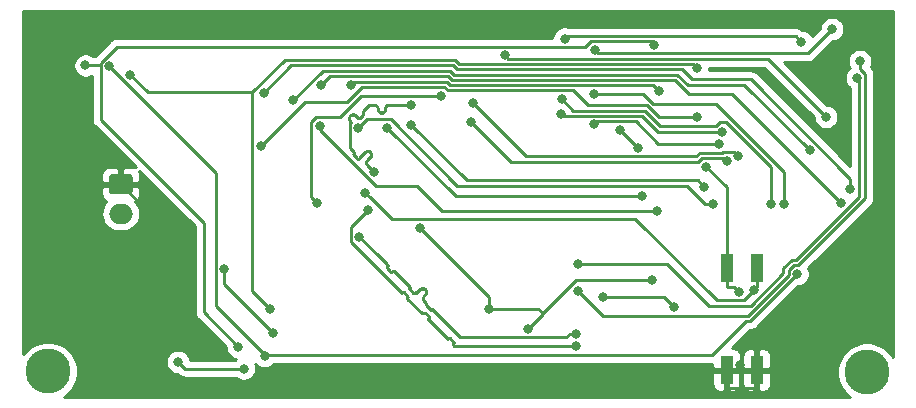
<source format=gbr>
G04 #@! TF.GenerationSoftware,KiCad,Pcbnew,(5.1.5-0-10_14)*
G04 #@! TF.CreationDate,2020-09-24T22:32:45+08:00*
G04 #@! TF.ProjectId,CC,43432e6b-6963-4616-945f-706362585858,rev?*
G04 #@! TF.SameCoordinates,Original*
G04 #@! TF.FileFunction,Copper,L2,Bot*
G04 #@! TF.FilePolarity,Positive*
%FSLAX46Y46*%
G04 Gerber Fmt 4.6, Leading zero omitted, Abs format (unit mm)*
G04 Created by KiCad (PCBNEW (5.1.5-0-10_14)) date 2020-09-24 22:32:45*
%MOMM*%
%LPD*%
G04 APERTURE LIST*
%ADD10C,0.100000*%
%ADD11O,2.000000X1.700000*%
%ADD12R,1.120000X2.440000*%
%ADD13C,3.800000*%
%ADD14C,0.800000*%
%ADD15C,0.250000*%
%ADD16C,0.254000*%
G04 APERTURE END LIST*
G04 #@! TA.AperFunction,ComponentPad*
D10*
G36*
X39704504Y-34471204D02*
G01*
X39728773Y-34474804D01*
X39752571Y-34480765D01*
X39775671Y-34489030D01*
X39797849Y-34499520D01*
X39818893Y-34512133D01*
X39838598Y-34526747D01*
X39856777Y-34543223D01*
X39873253Y-34561402D01*
X39887867Y-34581107D01*
X39900480Y-34602151D01*
X39910970Y-34624329D01*
X39919235Y-34647429D01*
X39925196Y-34671227D01*
X39928796Y-34695496D01*
X39930000Y-34720000D01*
X39930000Y-35920000D01*
X39928796Y-35944504D01*
X39925196Y-35968773D01*
X39919235Y-35992571D01*
X39910970Y-36015671D01*
X39900480Y-36037849D01*
X39887867Y-36058893D01*
X39873253Y-36078598D01*
X39856777Y-36096777D01*
X39838598Y-36113253D01*
X39818893Y-36127867D01*
X39797849Y-36140480D01*
X39775671Y-36150970D01*
X39752571Y-36159235D01*
X39728773Y-36165196D01*
X39704504Y-36168796D01*
X39680000Y-36170000D01*
X38180000Y-36170000D01*
X38155496Y-36168796D01*
X38131227Y-36165196D01*
X38107429Y-36159235D01*
X38084329Y-36150970D01*
X38062151Y-36140480D01*
X38041107Y-36127867D01*
X38021402Y-36113253D01*
X38003223Y-36096777D01*
X37986747Y-36078598D01*
X37972133Y-36058893D01*
X37959520Y-36037849D01*
X37949030Y-36015671D01*
X37940765Y-35992571D01*
X37934804Y-35968773D01*
X37931204Y-35944504D01*
X37930000Y-35920000D01*
X37930000Y-34720000D01*
X37931204Y-34695496D01*
X37934804Y-34671227D01*
X37940765Y-34647429D01*
X37949030Y-34624329D01*
X37959520Y-34602151D01*
X37972133Y-34581107D01*
X37986747Y-34561402D01*
X38003223Y-34543223D01*
X38021402Y-34526747D01*
X38041107Y-34512133D01*
X38062151Y-34499520D01*
X38084329Y-34489030D01*
X38107429Y-34480765D01*
X38131227Y-34474804D01*
X38155496Y-34471204D01*
X38180000Y-34470000D01*
X39680000Y-34470000D01*
X39704504Y-34471204D01*
G37*
G04 #@! TD.AperFunction*
D11*
X38930000Y-37820000D03*
D12*
X92770000Y-42445000D03*
X90230000Y-51055000D03*
X90230000Y-42445000D03*
X92770000Y-51055000D03*
D13*
X102130000Y-51250000D03*
X32760000Y-51170000D03*
D14*
X42864400Y-41575900D03*
X91405800Y-50608700D03*
X83945700Y-43426300D03*
X70114700Y-45864300D03*
X64255900Y-38995900D03*
X73441932Y-47549979D03*
X79789100Y-44875100D03*
X85792700Y-45700800D03*
X77653700Y-42081900D03*
X101261300Y-26312500D03*
X77642100Y-44343900D03*
X101505400Y-24905000D03*
X96214000Y-42922900D03*
X37962200Y-25323300D03*
X51114400Y-49875000D03*
X35940900Y-25255300D03*
X84086300Y-23505400D03*
X48872100Y-49092700D03*
X39751700Y-26054300D03*
X87721900Y-25469100D03*
X51561500Y-45848400D03*
X91307100Y-44422500D03*
X88514700Y-33840200D03*
X92549000Y-44273000D03*
X59629713Y-36020114D03*
X79025200Y-27695600D03*
X95102800Y-36996500D03*
X76257800Y-28124000D03*
X93985000Y-36981300D03*
X81230300Y-30718300D03*
X82737100Y-32225100D03*
X99163300Y-22179300D03*
X79046800Y-23955700D03*
X96557000Y-23263600D03*
X76506800Y-22987000D03*
X76194700Y-29333900D03*
X89866200Y-30871000D03*
X98665400Y-29605400D03*
X71426800Y-24406000D03*
X79040000Y-30258600D03*
X89626400Y-31874000D03*
X68729700Y-28405000D03*
X91235600Y-32940700D03*
X68561700Y-30009300D03*
X90235200Y-33316900D03*
X63515600Y-30266500D03*
X88346400Y-35522500D03*
X61477400Y-30520500D03*
X83055100Y-36335000D03*
X59042100Y-30570900D03*
X89104000Y-36986900D03*
X55765100Y-30404400D03*
X84325600Y-37605000D03*
X53525800Y-28202100D03*
X97251700Y-32439900D03*
X51052700Y-27567200D03*
X100717600Y-35685800D03*
X55866500Y-26898800D03*
X99896100Y-36915900D03*
X58401900Y-26928800D03*
X84515300Y-27445000D03*
X50799600Y-32096500D03*
X87722800Y-29651300D03*
X49351200Y-50932000D03*
X43780600Y-50360000D03*
X51811700Y-47891600D03*
X47709300Y-42497300D03*
X66013100Y-27836100D03*
X55507500Y-36869600D03*
X63473200Y-28600100D03*
X60394700Y-34296500D03*
X77500000Y-49000000D03*
X59851515Y-37470118D03*
X77500000Y-48000000D03*
X59133875Y-39759194D03*
D15*
X38930000Y-35320000D02*
X42864400Y-39254400D01*
X42864400Y-39254400D02*
X42864400Y-41575900D01*
X91405800Y-52600300D02*
X90230000Y-52600300D01*
X92770000Y-52600300D02*
X91405800Y-52600300D01*
X91405800Y-52600300D02*
X91405800Y-50608700D01*
X90230000Y-51055000D02*
X90230000Y-52600300D01*
X92770000Y-51055000D02*
X92770000Y-52600300D01*
X74660500Y-46249800D02*
X77484000Y-43426300D01*
X77484000Y-43426300D02*
X83945700Y-43426300D01*
X70114700Y-45864300D02*
X70114700Y-44854700D01*
X70114700Y-44854700D02*
X64255900Y-38995900D01*
X70114700Y-45864300D02*
X74275000Y-45864300D01*
X74275000Y-45864300D02*
X74660500Y-46249800D01*
X74660500Y-46331411D02*
X73441932Y-47549979D01*
X74660500Y-46249800D02*
X74660500Y-46331411D01*
X79789100Y-44875100D02*
X84967000Y-44875100D01*
X84967000Y-44875100D02*
X85792700Y-45700800D01*
X77653700Y-42081900D02*
X85209900Y-42081900D01*
X85209900Y-42081900D02*
X88726100Y-45598100D01*
X88726100Y-45598100D02*
X92259500Y-45598100D01*
X92259500Y-45598100D02*
X95038400Y-42819200D01*
X95038400Y-42819200D02*
X95038400Y-42435900D01*
X95038400Y-42435900D02*
X95727000Y-41747300D01*
X95727000Y-41747300D02*
X96110200Y-41747300D01*
X96110200Y-41747300D02*
X101444400Y-36413100D01*
X101444400Y-36413100D02*
X101444400Y-26495600D01*
X101444400Y-26495600D02*
X101261300Y-26312500D01*
X77642100Y-44343900D02*
X79758500Y-46460300D01*
X79758500Y-46460300D02*
X92034300Y-46460300D01*
X92034300Y-46460300D02*
X95488700Y-43005900D01*
X95488700Y-43005900D02*
X95488700Y-42622500D01*
X95488700Y-42622500D02*
X95913600Y-42197600D01*
X95913600Y-42197600D02*
X96296900Y-42197600D01*
X96296900Y-42197600D02*
X101986600Y-36507900D01*
X101986600Y-36507900D02*
X101986600Y-26012000D01*
X101986600Y-26012000D02*
X101505500Y-25530900D01*
X101505500Y-25530900D02*
X101505400Y-25530900D01*
X101505400Y-25530900D02*
X101505400Y-24905000D01*
X37962200Y-25323300D02*
X46983900Y-34345000D01*
X46983900Y-34345000D02*
X46983900Y-45657200D01*
X46983900Y-45657200D02*
X51114400Y-49787700D01*
X51114400Y-49787700D02*
X51114400Y-49875000D01*
X89025100Y-49787700D02*
X91902200Y-46910600D01*
X51114400Y-49787700D02*
X89025100Y-49787700D01*
X91902200Y-46910600D02*
X92226300Y-46910600D01*
X92226300Y-46910600D02*
X96214000Y-42922900D01*
X37236900Y-25255300D02*
X37236900Y-29860300D01*
X37236900Y-29860300D02*
X45943800Y-38567200D01*
X45943800Y-38567200D02*
X45943800Y-46164400D01*
X45943800Y-46164400D02*
X48872100Y-49092700D01*
X84086300Y-23505400D02*
X83811300Y-23230400D01*
X83811300Y-23230400D02*
X78746400Y-23230400D01*
X78746400Y-23230400D02*
X78260700Y-23716100D01*
X78260700Y-23716100D02*
X71762700Y-23716100D01*
X71762700Y-23716100D02*
X71727300Y-23680700D01*
X71727300Y-23680700D02*
X38579100Y-23680700D01*
X38579100Y-23680700D02*
X37236900Y-25022900D01*
X37236900Y-25022900D02*
X37236900Y-25255300D01*
X35940900Y-25255300D02*
X37236900Y-25255300D01*
X87721900Y-25469100D02*
X87384200Y-25131400D01*
X87384200Y-25131400D02*
X67558400Y-25131400D01*
X67558400Y-25131400D02*
X67220700Y-24793700D01*
X67220700Y-24793700D02*
X52800500Y-24793700D01*
X52800500Y-24793700D02*
X50060300Y-27533900D01*
X50060300Y-27533900D02*
X41231300Y-27533900D01*
X41231300Y-27533900D02*
X39751700Y-26054300D01*
X50060300Y-27533900D02*
X50060300Y-44347200D01*
X50060300Y-44347200D02*
X51561500Y-45848400D01*
X90230000Y-42445000D02*
X90230000Y-43990300D01*
X90230000Y-43990300D02*
X90874900Y-43990300D01*
X90874900Y-43990300D02*
X91307100Y-44422500D01*
X90230000Y-42445000D02*
X90230000Y-41672300D01*
X90230000Y-41672300D02*
X90230000Y-35555500D01*
X90230000Y-35555500D02*
X88514700Y-33840200D01*
X92770000Y-43990300D02*
X92549000Y-44211300D01*
X92549000Y-44211300D02*
X92549000Y-44273000D01*
X92770000Y-42445000D02*
X92770000Y-43990300D01*
X60029712Y-36420113D02*
X59629713Y-36020114D01*
X91674200Y-45147800D02*
X89383100Y-45147800D01*
X82505800Y-38270500D02*
X61880099Y-38270500D01*
X61880099Y-38270500D02*
X60029712Y-36420113D01*
X89383100Y-45147800D02*
X82505800Y-38270500D01*
X92549000Y-44273000D02*
X91674200Y-45147800D01*
X95102800Y-36996500D02*
X95102800Y-34301400D01*
X95102800Y-34301400D02*
X89305000Y-28503600D01*
X89305000Y-28503600D02*
X83975300Y-28503600D01*
X83975300Y-28503600D02*
X83167300Y-27695600D01*
X83167300Y-27695600D02*
X79025200Y-27695600D01*
X93985000Y-36981300D02*
X93985000Y-33895600D01*
X93985000Y-33895600D02*
X90156600Y-30067200D01*
X90156600Y-30067200D02*
X89630800Y-30067200D01*
X89630800Y-30067200D02*
X89306200Y-30391800D01*
X89306200Y-30391800D02*
X84589700Y-30391800D01*
X84589700Y-30391800D02*
X83280700Y-29082800D01*
X83280700Y-29082800D02*
X77216600Y-29082800D01*
X77216600Y-29082800D02*
X76257800Y-28124000D01*
X81230300Y-30718300D02*
X82737100Y-32225100D01*
X99163300Y-22179300D02*
X97111800Y-24230800D01*
X97111800Y-24230800D02*
X79321900Y-24230800D01*
X79321900Y-24230800D02*
X79046800Y-23955700D01*
X96557000Y-23263600D02*
X96073500Y-22780100D01*
X96073500Y-22780100D02*
X76713700Y-22780100D01*
X76713700Y-22780100D02*
X76506800Y-22987000D01*
X76194700Y-29333900D02*
X76394000Y-29533200D01*
X76394000Y-29533200D02*
X83094200Y-29533200D01*
X83094200Y-29533200D02*
X84432000Y-30871000D01*
X84432000Y-30871000D02*
X89866200Y-30871000D01*
X98665400Y-29605400D02*
X93741100Y-24681100D01*
X93741100Y-24681100D02*
X71701900Y-24681100D01*
X71701900Y-24681100D02*
X71426800Y-24406000D01*
X79040000Y-30258600D02*
X79305800Y-29992800D01*
X79305800Y-29992800D02*
X82579300Y-29992800D01*
X82579300Y-29992800D02*
X84460500Y-31874000D01*
X84460500Y-31874000D02*
X89626400Y-31874000D01*
X91235600Y-32940700D02*
X90886500Y-32591600D01*
X90886500Y-32591600D02*
X89934800Y-32591600D01*
X89934800Y-32591600D02*
X89861800Y-32664600D01*
X89861800Y-32664600D02*
X87959600Y-32664600D01*
X87959600Y-32664600D02*
X87669900Y-32954300D01*
X87669900Y-32954300D02*
X73279000Y-32954300D01*
X73279000Y-32954300D02*
X68729700Y-28405000D01*
X90235200Y-33316900D02*
X90033200Y-33114900D01*
X90033200Y-33114900D02*
X88146200Y-33114900D01*
X88146200Y-33114900D02*
X87820500Y-33440600D01*
X87820500Y-33440600D02*
X71993000Y-33440600D01*
X71993000Y-33440600D02*
X68561700Y-30009300D01*
X88346400Y-35522500D02*
X87807600Y-34983700D01*
X87807600Y-34983700D02*
X68232800Y-34983700D01*
X68232800Y-34983700D02*
X63515600Y-30266500D01*
X83055100Y-36335000D02*
X67291900Y-36335000D01*
X67291900Y-36335000D02*
X61477400Y-30520500D01*
X59042100Y-30570900D02*
X59817800Y-29795200D01*
X59817800Y-29795200D02*
X61777900Y-29795200D01*
X61777900Y-29795200D02*
X67416800Y-35434100D01*
X67416800Y-35434100D02*
X86858900Y-35434100D01*
X86858900Y-35434100D02*
X88411700Y-36986900D01*
X88411700Y-36986900D02*
X89104000Y-36986900D01*
X55765100Y-30404400D02*
X55765100Y-30692600D01*
X55765100Y-30692600D02*
X60557500Y-35485000D01*
X60557500Y-35485000D02*
X64002400Y-35485000D01*
X64002400Y-35485000D02*
X66122400Y-37605000D01*
X66122400Y-37605000D02*
X84325600Y-37605000D01*
X97251700Y-32439900D02*
X91711600Y-26899800D01*
X91711600Y-26899800D02*
X86934800Y-26899800D01*
X86934800Y-26899800D02*
X86067000Y-26032000D01*
X86067000Y-26032000D02*
X67185200Y-26032000D01*
X67185200Y-26032000D02*
X66847500Y-25694300D01*
X66847500Y-25694300D02*
X56033600Y-25694300D01*
X56033600Y-25694300D02*
X53525800Y-28202100D01*
X51052700Y-27567200D02*
X53375900Y-25244000D01*
X53375900Y-25244000D02*
X67034100Y-25244000D01*
X67034100Y-25244000D02*
X67371800Y-25581700D01*
X67371800Y-25581700D02*
X86440100Y-25581700D01*
X86440100Y-25581700D02*
X87307900Y-26449500D01*
X87307900Y-26449500D02*
X92309700Y-26449500D01*
X92309700Y-26449500D02*
X100717600Y-34857400D01*
X100717600Y-34857400D02*
X100717600Y-35685800D01*
X55866500Y-26898800D02*
X56620700Y-26144600D01*
X56620700Y-26144600D02*
X66660900Y-26144600D01*
X66660900Y-26144600D02*
X66998600Y-26482300D01*
X66998600Y-26482300D02*
X85841900Y-26482300D01*
X85841900Y-26482300D02*
X87079400Y-27719800D01*
X87079400Y-27719800D02*
X90700000Y-27719800D01*
X90700000Y-27719800D02*
X99896100Y-36915900D01*
X84515300Y-27445000D02*
X84002900Y-26932600D01*
X84002900Y-26932600D02*
X66812000Y-26932600D01*
X66812000Y-26932600D02*
X66528000Y-26648600D01*
X66528000Y-26648600D02*
X58682100Y-26648600D01*
X58682100Y-26648600D02*
X58401900Y-26928800D01*
X87722800Y-29651300D02*
X84486100Y-29651300D01*
X84486100Y-29651300D02*
X83463800Y-28629000D01*
X83463800Y-28629000D02*
X78473100Y-28629000D01*
X78473100Y-28629000D02*
X77227000Y-27382900D01*
X77227000Y-27382900D02*
X66625400Y-27382900D01*
X66625400Y-27382900D02*
X66344000Y-27101500D01*
X66344000Y-27101500D02*
X59393300Y-27101500D01*
X59393300Y-27101500D02*
X58111500Y-28383300D01*
X58111500Y-28383300D02*
X54512800Y-28383300D01*
X54512800Y-28383300D02*
X50799600Y-32096500D01*
X49351200Y-50932000D02*
X44352600Y-50932000D01*
X44352600Y-50932000D02*
X43780600Y-50360000D01*
X47709300Y-42497300D02*
X47709300Y-43789200D01*
X47709300Y-43789200D02*
X51811700Y-47891600D01*
X59295700Y-27836100D02*
X66013100Y-27836100D01*
X55498100Y-29610100D02*
X57521700Y-29610100D01*
X55507500Y-36869600D02*
X55038400Y-36400500D01*
X57521700Y-29610100D02*
X59295700Y-27836100D01*
X55038400Y-30069800D02*
X55498100Y-29610100D01*
X55038400Y-36400500D02*
X55038400Y-30069800D01*
X61324638Y-28769934D02*
X61360379Y-28713053D01*
X61302450Y-28833343D02*
X61324638Y-28769934D01*
X61294929Y-28954701D02*
X61294929Y-28900100D01*
X61265219Y-29084866D02*
X61287407Y-29021457D01*
X61181975Y-29189250D02*
X61229478Y-29141747D01*
X61061685Y-29247179D02*
X61125094Y-29224991D01*
X60994929Y-29254701D02*
X61061685Y-29247179D01*
X60928172Y-29247179D02*
X60994929Y-29254701D01*
X60864763Y-29224991D02*
X60928172Y-29247179D01*
X60687407Y-28833343D02*
X60694929Y-28900100D01*
X60629478Y-28713053D02*
X60665219Y-28769934D01*
X60694929Y-28900100D02*
X60694929Y-28954701D01*
X60525094Y-28629809D02*
X60581975Y-28665550D01*
X60461685Y-28607621D02*
X60525094Y-28629809D01*
X60394929Y-28600100D02*
X60461685Y-28607621D01*
X60724638Y-29084866D02*
X60760379Y-29141747D01*
X58641878Y-32751125D02*
X58651817Y-32730485D01*
X59407796Y-29254203D02*
X59402698Y-29231870D01*
X59446301Y-29310665D02*
X59417735Y-29274843D01*
X59456241Y-29331304D02*
X59446301Y-29310665D01*
X59446301Y-29419518D02*
X59456241Y-29398879D01*
X59152429Y-29717019D02*
X59432019Y-29437428D01*
X59713118Y-33455178D02*
X59728067Y-33389684D01*
X59091546Y-29746339D02*
X59113880Y-29741241D01*
X58666099Y-32712573D02*
X58680383Y-32694664D01*
X59025665Y-29731302D02*
X59046305Y-29741241D01*
X58935418Y-29644682D02*
X59007755Y-29717019D01*
X58919369Y-29660735D02*
X58935418Y-29644682D01*
X58740966Y-29482332D02*
X58919369Y-29660735D01*
X58428329Y-29447106D02*
X58479232Y-29422592D01*
X58696793Y-29447105D02*
X58740966Y-29482332D01*
X58376438Y-30001669D02*
X58351926Y-29950766D01*
X59417735Y-29274843D02*
X59407796Y-29254203D01*
X60665219Y-28769934D02*
X60687407Y-28833343D01*
X59407796Y-29186628D02*
X59417735Y-29165989D01*
X58590810Y-29410020D02*
X58645890Y-29422593D01*
X59417735Y-29165989D02*
X59432018Y-29148079D01*
X59728067Y-33389684D02*
X59757214Y-33329158D01*
X58534312Y-29410021D02*
X58590810Y-29410020D01*
X58281473Y-29593960D02*
X58316700Y-29549788D01*
X58479232Y-29422592D02*
X58534312Y-29410021D01*
X58256961Y-29644861D02*
X58281473Y-29593960D01*
X59432019Y-29437428D02*
X59446301Y-29419518D01*
X58244388Y-29699943D02*
X58256961Y-29644861D01*
X61294929Y-28900100D02*
X61302450Y-28833343D01*
X60694929Y-28954701D02*
X60702450Y-29021457D01*
X58244389Y-29756439D02*
X58244388Y-29699943D01*
X58984239Y-33161061D02*
X58963600Y-33151122D01*
X58636781Y-32773458D02*
X58641878Y-32751125D01*
X59461338Y-29376545D02*
X59461338Y-29353637D01*
X58256960Y-29811521D02*
X58244389Y-29756439D01*
X58351925Y-30219230D02*
X58376439Y-30168327D01*
X59980000Y-28600100D02*
X60394929Y-28600100D01*
X58695420Y-32628783D02*
X58690322Y-32606449D01*
X58690321Y-32674023D02*
X58695420Y-32651691D01*
X58651817Y-32730485D02*
X58666100Y-32712575D01*
X60807882Y-29189250D02*
X60864763Y-29224991D01*
X60702450Y-29021457D02*
X60724638Y-29084866D01*
X60091725Y-32654152D02*
X60049840Y-32601630D01*
X58636781Y-32796366D02*
X58636781Y-32773458D01*
X58281474Y-29862422D02*
X58256960Y-29811521D01*
X59997317Y-32559744D02*
X59936791Y-32530597D01*
X58690322Y-32606449D02*
X58680383Y-32585810D01*
X58641877Y-32818699D02*
X58636781Y-32796366D01*
X58945691Y-33136840D02*
X58666100Y-32857249D01*
X58651818Y-32839339D02*
X58641877Y-32818699D01*
X59113880Y-29741241D02*
X59134519Y-29731302D01*
X59090365Y-33136840D02*
X59072454Y-33151122D01*
X61594929Y-28600100D02*
X63473200Y-28600100D01*
X58680383Y-32585810D02*
X58666099Y-32567899D01*
X60581975Y-28665550D02*
X60629478Y-28713053D01*
X58695420Y-32651691D02*
X58695420Y-32628783D01*
X58963600Y-33151122D02*
X58945691Y-33136840D01*
X58666100Y-32712575D02*
X58666099Y-32712573D01*
X59006573Y-33166159D02*
X58984239Y-33161061D01*
X60760379Y-29141747D02*
X60807882Y-29189250D01*
X59402698Y-29208962D02*
X59407796Y-29186628D01*
X58316700Y-29549788D02*
X58384157Y-29482332D01*
X61287407Y-29021457D02*
X61294929Y-28954701D01*
X59029481Y-33166159D02*
X59006573Y-33166159D01*
X61229478Y-29141747D02*
X61265219Y-29084866D01*
X58666099Y-32567899D02*
X58316700Y-32218500D01*
X59051815Y-33161062D02*
X59029481Y-33166159D01*
X59738624Y-32530597D02*
X59678098Y-32559744D01*
X61360379Y-28713053D02*
X61407882Y-28665550D01*
X58680383Y-32694664D02*
X58690321Y-32674023D01*
X59402698Y-29231870D02*
X59402698Y-29208962D01*
X59456241Y-29398879D02*
X59461338Y-29376545D01*
X61407882Y-28665550D02*
X61464763Y-28629809D01*
X59072454Y-33151122D02*
X59051815Y-33161062D01*
X58384157Y-29482332D02*
X58428329Y-29447106D01*
X59625575Y-32601630D02*
X59090365Y-33136840D01*
X58389011Y-30056749D02*
X58376438Y-30001669D01*
X60091725Y-32973371D02*
X60120873Y-32912845D01*
X61528172Y-28607621D02*
X61594929Y-28600100D01*
X58351926Y-29950766D02*
X58281474Y-29862422D01*
X59757214Y-33329158D02*
X59799100Y-33276635D01*
X59804118Y-32515648D02*
X59738624Y-32530597D01*
X58389010Y-30113247D02*
X58389011Y-30056749D01*
X59046305Y-29741241D02*
X59068638Y-29746339D01*
X59757214Y-33648377D02*
X59728067Y-33587851D01*
X59871297Y-32515648D02*
X59804118Y-32515648D01*
X58645890Y-29422593D02*
X58696793Y-29447105D01*
X59678098Y-32559744D02*
X59625575Y-32601630D01*
X61464763Y-28629809D02*
X61528172Y-28607621D01*
X59461338Y-29353637D02*
X59456241Y-29331304D01*
X59936791Y-32530597D02*
X59871297Y-32515648D01*
X60049840Y-32601630D02*
X59997317Y-32559744D01*
X58316700Y-32218500D02*
X58316700Y-30263400D01*
X60120873Y-32714678D02*
X60091725Y-32654152D01*
X60135822Y-32780172D02*
X60120873Y-32714678D01*
X59068638Y-29746339D02*
X59091546Y-29746339D01*
X59799100Y-33276635D02*
X60049840Y-33025894D01*
X60135822Y-32847351D02*
X60135822Y-32780172D01*
X58316700Y-30263400D02*
X58351925Y-30219230D01*
X61125094Y-29224991D02*
X61181975Y-29189250D01*
X60120873Y-32912845D02*
X60135822Y-32847351D01*
X59713118Y-33522357D02*
X59713118Y-33455178D01*
X60394700Y-34296500D02*
X59799100Y-33700900D01*
X59432018Y-29148079D02*
X59980000Y-28600100D01*
X60049840Y-33025894D02*
X60091725Y-32973371D01*
X59728067Y-33587851D02*
X59713118Y-33522357D01*
X59134519Y-29731302D02*
X59152429Y-29717019D01*
X59007755Y-29717019D02*
X59025665Y-29731302D01*
X58376439Y-30168327D02*
X58389010Y-30113247D01*
X58666100Y-32857249D02*
X58651818Y-32839339D01*
X59799100Y-33700900D02*
X59757214Y-33648377D01*
X58408873Y-38912760D02*
X59851515Y-37470118D01*
X62653992Y-44472192D02*
X58408873Y-40227073D01*
X62667937Y-44483312D02*
X62653992Y-44472192D01*
X62684007Y-44491051D02*
X62667937Y-44483312D01*
X62701395Y-44495020D02*
X62684007Y-44491051D01*
X62719231Y-44495020D02*
X62701395Y-44495020D01*
X62752690Y-44483312D02*
X62736620Y-44491051D01*
X62831874Y-44449363D02*
X62814039Y-44449363D01*
X62849263Y-44453332D02*
X62831874Y-44449363D01*
X62865333Y-44461071D02*
X62849263Y-44453332D01*
X63190900Y-44783814D02*
X62879278Y-44472192D01*
X63209759Y-44813829D02*
X63202020Y-44797759D01*
X63179779Y-44910402D02*
X63202020Y-44882512D01*
X63172040Y-44926472D02*
X63179779Y-44910402D01*
X63179779Y-44995155D02*
X63172040Y-44979085D01*
X64409453Y-46227653D02*
X63190900Y-45009100D01*
X64428912Y-46243170D02*
X64409453Y-46227653D01*
X64451335Y-46253969D02*
X64428912Y-46243170D01*
X63213728Y-44849053D02*
X63213728Y-44831217D01*
X64500488Y-46259507D02*
X64475600Y-46259507D01*
X62780580Y-44461071D02*
X62752690Y-44483312D01*
X64608518Y-46201336D02*
X64586094Y-46212135D01*
X64704358Y-46212135D02*
X64681935Y-46201336D01*
X67079430Y-48894717D02*
X67071448Y-48878142D01*
X67110351Y-48707693D02*
X67102369Y-48691119D01*
X65006417Y-46514195D02*
X64990900Y-46494736D01*
X64547176Y-46243170D02*
X64524752Y-46253969D01*
X65017216Y-46536618D02*
X65006417Y-46514195D01*
X64524752Y-46253969D02*
X64500488Y-46259507D01*
X64975382Y-46671377D02*
X65006417Y-46632459D01*
X64681935Y-46201336D02*
X64657670Y-46195798D01*
X64964583Y-46693800D02*
X64975382Y-46671377D01*
X67090900Y-48676736D02*
X66782817Y-48368653D01*
X64959045Y-46718065D02*
X64964583Y-46693800D01*
X64723817Y-46227653D02*
X64704358Y-46212135D01*
X64964583Y-46767217D02*
X64959045Y-46742953D01*
X63213728Y-44831217D02*
X63209759Y-44813829D01*
X67067354Y-48860207D02*
X67067354Y-48841810D01*
X66768434Y-48357183D02*
X66751860Y-48349201D01*
X65006417Y-46632459D02*
X65017216Y-46610035D01*
X64990900Y-46809100D02*
X64975382Y-46789641D01*
X64475600Y-46259507D02*
X64451335Y-46253969D01*
X64959045Y-46742953D02*
X64959045Y-46718065D01*
X63190900Y-45009100D02*
X63179779Y-44995155D01*
X66564836Y-48380122D02*
X66550453Y-48368653D01*
X58408873Y-40227073D02*
X58408873Y-38912760D01*
X66581410Y-48388104D02*
X66564836Y-48380122D01*
X64586094Y-46212135D02*
X64547176Y-46243170D01*
X65022754Y-46585771D02*
X65022754Y-46560883D01*
X64657670Y-46195798D02*
X64632782Y-46195798D01*
X64975382Y-46789641D02*
X64964583Y-46767217D01*
X77500000Y-49000000D02*
X67181800Y-49000000D01*
X67079430Y-48807301D02*
X67102369Y-48778535D01*
X66599345Y-48392198D02*
X66581410Y-48388104D01*
X64632782Y-46195798D02*
X64608518Y-46201336D01*
X66635677Y-48388104D02*
X66617742Y-48392198D01*
X66681018Y-48357183D02*
X66652252Y-48380122D01*
X64990900Y-46494736D02*
X64723817Y-46227653D01*
X65017216Y-46610035D02*
X65022754Y-46585771D01*
X62879278Y-44472192D02*
X62865333Y-44461071D01*
X63168071Y-44943860D02*
X63172040Y-44926472D01*
X66550453Y-48368653D02*
X64990900Y-46809100D01*
X66697593Y-48349201D02*
X66681018Y-48357183D01*
X66715528Y-48345108D02*
X66697593Y-48349201D01*
X62736620Y-44491051D02*
X62719231Y-44495020D01*
X67114445Y-48725628D02*
X67110351Y-48707693D01*
X66751860Y-48349201D02*
X66733925Y-48345108D01*
X66733925Y-48345108D02*
X66715528Y-48345108D01*
X63202020Y-44882512D02*
X63209759Y-44866442D01*
X66782817Y-48368653D02*
X66768434Y-48357183D01*
X67181800Y-49000000D02*
X67090900Y-48909100D01*
X65022754Y-46560883D02*
X65017216Y-46536618D01*
X67067354Y-48841810D02*
X67071448Y-48823875D01*
X67114445Y-48744025D02*
X67114445Y-48725628D01*
X63168071Y-44961696D02*
X63168071Y-44943860D01*
X63172040Y-44979085D02*
X63168071Y-44961696D01*
X66617742Y-48392198D02*
X66599345Y-48392198D01*
X67110351Y-48761960D02*
X67114445Y-48744025D01*
X67102369Y-48778535D02*
X67110351Y-48761960D01*
X67071448Y-48823875D02*
X67079430Y-48807301D01*
X62796650Y-44453332D02*
X62780580Y-44461071D01*
X62814039Y-44449363D02*
X62796650Y-44453332D01*
X67102369Y-48691119D02*
X67090900Y-48676736D01*
X67071448Y-48878142D02*
X67067354Y-48860207D01*
X63209759Y-44866442D02*
X63213728Y-44849053D01*
X66652252Y-48380122D02*
X66635677Y-48388104D01*
X63202020Y-44797759D02*
X63190900Y-44783814D01*
X67090900Y-48909100D02*
X67079430Y-48894717D01*
X60757444Y-41382763D02*
X59133875Y-39759194D01*
X61503513Y-42132940D02*
X61487340Y-42112659D01*
X61514769Y-42156312D02*
X61503513Y-42132940D01*
X61520541Y-42181603D02*
X61514769Y-42156312D01*
X61520541Y-42207544D02*
X61520541Y-42181603D01*
X61514769Y-42232834D02*
X61520541Y-42207544D01*
X61503513Y-42256207D02*
X61514769Y-42232834D01*
X61471165Y-42296770D02*
X61503513Y-42256207D01*
X61459909Y-42320142D02*
X61471165Y-42296770D01*
X61454137Y-42345432D02*
X61459909Y-42320142D01*
X61471165Y-42420036D02*
X61459909Y-42396664D01*
X61459909Y-42396664D02*
X61454137Y-42371374D01*
X61487339Y-42440318D02*
X61471165Y-42420036D01*
X61891321Y-42716926D02*
X61867949Y-42728181D01*
X61955257Y-42673321D02*
X61931885Y-42684577D01*
X61980547Y-42667549D02*
X61955257Y-42673321D01*
X62006489Y-42667549D02*
X61980547Y-42667549D01*
X62055151Y-42684577D02*
X62031779Y-42673321D01*
X62031779Y-42673321D02*
X62006489Y-42667549D01*
X63387341Y-44012660D02*
X62075433Y-42700751D01*
X63402896Y-44037416D02*
X63396513Y-44024162D01*
X63396513Y-44024162D02*
X63387341Y-44012660D01*
X63378168Y-44117073D02*
X63396513Y-44094068D01*
X63406170Y-44066471D02*
X63406170Y-44051759D01*
X63402896Y-44080814D02*
X63406170Y-44066471D01*
X63396513Y-44094068D02*
X63402896Y-44080814D01*
X63371785Y-44130327D02*
X63378168Y-44117073D01*
X63368511Y-44159382D02*
X63368511Y-44144670D01*
X63368511Y-44144670D02*
X63371785Y-44130327D01*
X76659326Y-48274989D02*
X67649670Y-48274989D01*
X61816717Y-42733954D02*
X61791427Y-42728181D01*
X61842658Y-42733954D02*
X61816717Y-42733954D01*
X67649670Y-48274989D02*
X65296534Y-45921852D01*
X63718694Y-44529835D02*
X63387341Y-44198482D01*
X63387341Y-44198482D02*
X63378168Y-44186979D01*
X64804552Y-45461848D02*
X64804552Y-45448400D01*
X63743450Y-44545390D02*
X63730196Y-44539007D01*
X64500708Y-45084012D02*
X64485761Y-45018518D01*
X63757793Y-44548664D02*
X63743450Y-44545390D01*
X63786848Y-44545390D02*
X63772505Y-44548664D01*
X63800103Y-44539007D02*
X63786848Y-44545390D01*
X64801559Y-45474959D02*
X64804552Y-45461848D01*
X63811605Y-44529835D02*
X63800103Y-44539007D01*
X63858060Y-44483379D02*
X63811605Y-44529835D01*
X63935347Y-44560666D02*
X63858060Y-44483379D01*
X64454288Y-44134285D02*
X64388793Y-44149234D01*
X64521466Y-44134285D02*
X64454288Y-44134285D01*
X64586961Y-44149234D02*
X64521466Y-44134285D01*
X61487340Y-42112659D02*
X60757444Y-41382763D01*
X64529856Y-44825318D02*
X64571742Y-44772797D01*
X64785990Y-44398809D02*
X64771040Y-44333314D01*
X64500708Y-44885844D02*
X64529856Y-44825318D01*
X65234234Y-45907632D02*
X65222118Y-45913467D01*
X64275746Y-44220268D02*
X63935347Y-44560666D01*
X64778955Y-45572005D02*
X64773120Y-45559889D01*
X64741894Y-44272789D02*
X64700008Y-44220266D01*
X64485761Y-44951340D02*
X64500708Y-44885844D01*
X64787340Y-45582519D02*
X64778955Y-45572005D01*
X64485761Y-45018518D02*
X64485761Y-44951340D01*
X61867949Y-42728181D02*
X61842658Y-42733954D01*
X61931885Y-42684577D02*
X61891321Y-42716926D01*
X64787340Y-45412659D02*
X64571742Y-45197061D01*
X63406170Y-44051759D02*
X63402896Y-44037416D01*
X64795724Y-45423173D02*
X64787340Y-45412659D01*
X64571742Y-44772797D02*
X64700008Y-44644530D01*
X61747773Y-42700752D02*
X61487339Y-42440318D01*
X61768055Y-42716926D02*
X61747773Y-42700752D01*
X64801559Y-45435289D02*
X64795724Y-45423173D01*
X63772505Y-44548664D02*
X63757793Y-44548664D01*
X64529857Y-45144538D02*
X64500708Y-45084012D01*
X64328267Y-44178382D02*
X64275746Y-44220268D01*
X64804552Y-45448400D02*
X64801559Y-45435289D01*
X63371785Y-44173725D02*
X63368511Y-44159382D01*
X63378168Y-44186979D02*
X63371785Y-44173725D01*
X64778955Y-45508103D02*
X64795724Y-45487075D01*
X64773120Y-45559889D02*
X64770127Y-45546778D01*
X63730196Y-44539007D02*
X63718694Y-44529835D01*
X65149303Y-45936072D02*
X65137187Y-45930237D01*
X64700008Y-44644530D02*
X64741893Y-44592007D01*
X64770127Y-45546778D02*
X64770127Y-45533330D01*
X64388793Y-44149234D02*
X64328267Y-44178382D01*
X64741893Y-44592007D02*
X64771041Y-44531482D01*
X65175862Y-45939064D02*
X65162414Y-45939064D01*
X64770127Y-45533330D02*
X64773120Y-45520219D01*
X65188973Y-45936072D02*
X65175862Y-45939064D01*
X65222118Y-45913467D02*
X65201089Y-45930237D01*
X62075433Y-42700751D02*
X62055151Y-42684577D01*
X65162414Y-45939064D02*
X65149303Y-45936072D01*
X65296534Y-45921852D02*
X65286020Y-45913467D01*
X77500000Y-48000000D02*
X76934315Y-48000000D01*
X65201089Y-45930237D02*
X65188973Y-45936072D01*
X64771040Y-44333314D02*
X64741894Y-44272789D01*
X65137187Y-45930237D02*
X65126673Y-45921852D01*
X61791427Y-42728181D02*
X61768055Y-42716926D01*
X64571742Y-45197061D02*
X64529857Y-45144538D01*
X65286020Y-45913467D02*
X65273904Y-45907632D01*
X65247345Y-45904639D02*
X65234234Y-45907632D01*
X64771041Y-44531482D02*
X64785989Y-44465987D01*
X65126673Y-45921852D02*
X64787340Y-45582519D01*
X65273904Y-45907632D02*
X65260793Y-45904639D01*
X64700008Y-44220266D02*
X64647487Y-44178382D01*
X64785989Y-44465987D02*
X64785990Y-44398809D01*
X64647487Y-44178382D02*
X64586961Y-44149234D01*
X64773120Y-45520219D02*
X64778955Y-45508103D01*
X65260793Y-45904639D02*
X65247345Y-45904639D01*
X64795724Y-45487075D02*
X64801559Y-45474959D01*
X61454137Y-42371374D02*
X61454137Y-42345432D01*
X76934315Y-48000000D02*
X76659326Y-48274989D01*
D16*
G36*
X104315001Y-49957205D02*
G01*
X104099063Y-49634032D01*
X103745968Y-49280937D01*
X103330773Y-49003512D01*
X102869432Y-48812418D01*
X102379676Y-48715000D01*
X101880324Y-48715000D01*
X101390568Y-48812418D01*
X100929227Y-49003512D01*
X100514032Y-49280937D01*
X100160937Y-49634032D01*
X99883512Y-50049227D01*
X99692418Y-50510568D01*
X99595000Y-51000324D01*
X99595000Y-51499676D01*
X99692418Y-51989432D01*
X99883512Y-52450773D01*
X100160937Y-52865968D01*
X100514032Y-53219063D01*
X100657612Y-53315000D01*
X34112660Y-53315000D01*
X34375968Y-53139063D01*
X34729063Y-52785968D01*
X35006488Y-52370773D01*
X35046158Y-52275000D01*
X89031928Y-52275000D01*
X89044188Y-52399482D01*
X89080498Y-52519180D01*
X89139463Y-52629494D01*
X89218815Y-52726185D01*
X89315506Y-52805537D01*
X89425820Y-52864502D01*
X89545518Y-52900812D01*
X89670000Y-52913072D01*
X89944250Y-52910000D01*
X90103000Y-52751250D01*
X90103000Y-51182000D01*
X90357000Y-51182000D01*
X90357000Y-52751250D01*
X90515750Y-52910000D01*
X90790000Y-52913072D01*
X90914482Y-52900812D01*
X91034180Y-52864502D01*
X91144494Y-52805537D01*
X91241185Y-52726185D01*
X91320537Y-52629494D01*
X91379502Y-52519180D01*
X91415812Y-52399482D01*
X91428072Y-52275000D01*
X91571928Y-52275000D01*
X91584188Y-52399482D01*
X91620498Y-52519180D01*
X91679463Y-52629494D01*
X91758815Y-52726185D01*
X91855506Y-52805537D01*
X91965820Y-52864502D01*
X92085518Y-52900812D01*
X92210000Y-52913072D01*
X92484250Y-52910000D01*
X92643000Y-52751250D01*
X92643000Y-51182000D01*
X92897000Y-51182000D01*
X92897000Y-52751250D01*
X93055750Y-52910000D01*
X93330000Y-52913072D01*
X93454482Y-52900812D01*
X93574180Y-52864502D01*
X93684494Y-52805537D01*
X93781185Y-52726185D01*
X93860537Y-52629494D01*
X93919502Y-52519180D01*
X93955812Y-52399482D01*
X93968072Y-52275000D01*
X93965000Y-51340750D01*
X93806250Y-51182000D01*
X92897000Y-51182000D01*
X92643000Y-51182000D01*
X91733750Y-51182000D01*
X91575000Y-51340750D01*
X91571928Y-52275000D01*
X91428072Y-52275000D01*
X91425000Y-51340750D01*
X91266250Y-51182000D01*
X90357000Y-51182000D01*
X90103000Y-51182000D01*
X89193750Y-51182000D01*
X89035000Y-51340750D01*
X89031928Y-52275000D01*
X35046158Y-52275000D01*
X35197582Y-51909432D01*
X35295000Y-51419676D01*
X35295000Y-50920324D01*
X35197582Y-50430568D01*
X35006488Y-49969227D01*
X34729063Y-49554032D01*
X34375968Y-49200937D01*
X33960773Y-48923512D01*
X33499432Y-48732418D01*
X33009676Y-48635000D01*
X32510324Y-48635000D01*
X32020568Y-48732418D01*
X31559227Y-48923512D01*
X31144032Y-49200937D01*
X30790937Y-49554032D01*
X30685000Y-49712578D01*
X30685000Y-37820000D01*
X37287815Y-37820000D01*
X37316487Y-38111111D01*
X37401401Y-38391034D01*
X37539294Y-38649014D01*
X37724866Y-38875134D01*
X37950986Y-39060706D01*
X38208966Y-39198599D01*
X38488889Y-39283513D01*
X38707050Y-39305000D01*
X39152950Y-39305000D01*
X39371111Y-39283513D01*
X39651034Y-39198599D01*
X39909014Y-39060706D01*
X40135134Y-38875134D01*
X40320706Y-38649014D01*
X40458599Y-38391034D01*
X40543513Y-38111111D01*
X40572185Y-37820000D01*
X40543513Y-37528889D01*
X40458599Y-37248966D01*
X40320706Y-36990986D01*
X40139392Y-36770055D01*
X40174180Y-36759502D01*
X40284494Y-36700537D01*
X40381185Y-36621185D01*
X40460537Y-36524494D01*
X40519502Y-36414180D01*
X40555812Y-36294482D01*
X40568072Y-36170000D01*
X40565000Y-35605750D01*
X40406250Y-35447000D01*
X39057000Y-35447000D01*
X39057000Y-35467000D01*
X38803000Y-35467000D01*
X38803000Y-35447000D01*
X37453750Y-35447000D01*
X37295000Y-35605750D01*
X37291928Y-36170000D01*
X37304188Y-36294482D01*
X37340498Y-36414180D01*
X37399463Y-36524494D01*
X37478815Y-36621185D01*
X37575506Y-36700537D01*
X37685820Y-36759502D01*
X37720608Y-36770055D01*
X37539294Y-36990986D01*
X37401401Y-37248966D01*
X37316487Y-37528889D01*
X37287815Y-37820000D01*
X30685000Y-37820000D01*
X30685000Y-34470000D01*
X37291928Y-34470000D01*
X37295000Y-35034250D01*
X37453750Y-35193000D01*
X38803000Y-35193000D01*
X38803000Y-33993750D01*
X38644250Y-33835000D01*
X37930000Y-33831928D01*
X37805518Y-33844188D01*
X37685820Y-33880498D01*
X37575506Y-33939463D01*
X37478815Y-34018815D01*
X37399463Y-34115506D01*
X37340498Y-34225820D01*
X37304188Y-34345518D01*
X37291928Y-34470000D01*
X30685000Y-34470000D01*
X30685000Y-25153361D01*
X34905900Y-25153361D01*
X34905900Y-25357239D01*
X34945674Y-25557198D01*
X35023695Y-25745556D01*
X35136963Y-25915074D01*
X35281126Y-26059237D01*
X35450644Y-26172505D01*
X35639002Y-26250526D01*
X35838961Y-26290300D01*
X36042839Y-26290300D01*
X36242798Y-26250526D01*
X36431156Y-26172505D01*
X36476900Y-26141940D01*
X36476901Y-29822968D01*
X36473224Y-29860300D01*
X36476901Y-29897633D01*
X36487898Y-30009286D01*
X36498580Y-30044499D01*
X36531354Y-30152546D01*
X36601926Y-30284576D01*
X36671130Y-30368900D01*
X36696900Y-30400301D01*
X36725898Y-30424099D01*
X40191617Y-33889818D01*
X40174180Y-33880498D01*
X40054482Y-33844188D01*
X39930000Y-33831928D01*
X39215750Y-33835000D01*
X39057000Y-33993750D01*
X39057000Y-35193000D01*
X40406250Y-35193000D01*
X40565000Y-35034250D01*
X40568072Y-34470000D01*
X40555812Y-34345518D01*
X40519502Y-34225820D01*
X40510182Y-34208383D01*
X45183800Y-38882002D01*
X45183801Y-46127068D01*
X45180124Y-46164400D01*
X45183801Y-46201733D01*
X45194798Y-46313386D01*
X45205026Y-46347103D01*
X45238254Y-46456646D01*
X45308826Y-46588676D01*
X45375277Y-46669646D01*
X45403800Y-46704401D01*
X45432798Y-46728199D01*
X47837100Y-49132502D01*
X47837100Y-49194639D01*
X47876874Y-49394598D01*
X47954895Y-49582956D01*
X48068163Y-49752474D01*
X48212326Y-49896637D01*
X48381844Y-50009905D01*
X48570202Y-50087926D01*
X48709907Y-50115715D01*
X48691426Y-50128063D01*
X48647489Y-50172000D01*
X44798482Y-50172000D01*
X44775826Y-50058102D01*
X44697805Y-49869744D01*
X44584537Y-49700226D01*
X44440374Y-49556063D01*
X44270856Y-49442795D01*
X44082498Y-49364774D01*
X43882539Y-49325000D01*
X43678661Y-49325000D01*
X43478702Y-49364774D01*
X43290344Y-49442795D01*
X43120826Y-49556063D01*
X42976663Y-49700226D01*
X42863395Y-49869744D01*
X42785374Y-50058102D01*
X42745600Y-50258061D01*
X42745600Y-50461939D01*
X42785374Y-50661898D01*
X42863395Y-50850256D01*
X42976663Y-51019774D01*
X43120826Y-51163937D01*
X43290344Y-51277205D01*
X43478702Y-51355226D01*
X43678661Y-51395000D01*
X43740798Y-51395000D01*
X43788800Y-51443002D01*
X43812599Y-51472001D01*
X43928324Y-51566974D01*
X44060353Y-51637546D01*
X44203614Y-51681003D01*
X44315267Y-51692000D01*
X44315276Y-51692000D01*
X44352599Y-51695676D01*
X44389922Y-51692000D01*
X48647489Y-51692000D01*
X48691426Y-51735937D01*
X48860944Y-51849205D01*
X49049302Y-51927226D01*
X49249261Y-51967000D01*
X49453139Y-51967000D01*
X49653098Y-51927226D01*
X49841456Y-51849205D01*
X50010974Y-51735937D01*
X50155137Y-51591774D01*
X50268405Y-51422256D01*
X50346426Y-51233898D01*
X50386200Y-51033939D01*
X50386200Y-50830061D01*
X50346426Y-50630102D01*
X50301193Y-50520900D01*
X50310463Y-50534774D01*
X50454626Y-50678937D01*
X50624144Y-50792205D01*
X50812502Y-50870226D01*
X51012461Y-50910000D01*
X51216339Y-50910000D01*
X51416298Y-50870226D01*
X51604656Y-50792205D01*
X51774174Y-50678937D01*
X51905411Y-50547700D01*
X88987778Y-50547700D01*
X89025100Y-50551376D01*
X89034281Y-50550472D01*
X89035000Y-50769250D01*
X89193750Y-50928000D01*
X90103000Y-50928000D01*
X90103000Y-50908000D01*
X90357000Y-50908000D01*
X90357000Y-50928000D01*
X91266250Y-50928000D01*
X91425000Y-50769250D01*
X91428072Y-49835000D01*
X91571928Y-49835000D01*
X91575000Y-50769250D01*
X91733750Y-50928000D01*
X92643000Y-50928000D01*
X92643000Y-49358750D01*
X92897000Y-49358750D01*
X92897000Y-50928000D01*
X93806250Y-50928000D01*
X93965000Y-50769250D01*
X93968072Y-49835000D01*
X93955812Y-49710518D01*
X93919502Y-49590820D01*
X93860537Y-49480506D01*
X93781185Y-49383815D01*
X93684494Y-49304463D01*
X93574180Y-49245498D01*
X93454482Y-49209188D01*
X93330000Y-49196928D01*
X93055750Y-49200000D01*
X92897000Y-49358750D01*
X92643000Y-49358750D01*
X92484250Y-49200000D01*
X92210000Y-49196928D01*
X92085518Y-49209188D01*
X91965820Y-49245498D01*
X91855506Y-49304463D01*
X91758815Y-49383815D01*
X91679463Y-49480506D01*
X91620498Y-49590820D01*
X91584188Y-49710518D01*
X91571928Y-49835000D01*
X91428072Y-49835000D01*
X91415812Y-49710518D01*
X91379502Y-49590820D01*
X91320537Y-49480506D01*
X91241185Y-49383815D01*
X91144494Y-49304463D01*
X91034180Y-49245498D01*
X90914482Y-49209188D01*
X90790000Y-49196928D01*
X90689548Y-49198053D01*
X92214489Y-47673113D01*
X92226300Y-47674276D01*
X92263622Y-47670600D01*
X92263633Y-47670600D01*
X92375286Y-47659603D01*
X92518547Y-47616146D01*
X92650576Y-47545574D01*
X92766301Y-47450601D01*
X92790104Y-47421597D01*
X96253803Y-43957900D01*
X96315939Y-43957900D01*
X96515898Y-43918126D01*
X96704256Y-43840105D01*
X96873774Y-43726837D01*
X97017937Y-43582674D01*
X97131205Y-43413156D01*
X97209226Y-43224798D01*
X97249000Y-43024839D01*
X97249000Y-42820961D01*
X97209226Y-42621002D01*
X97132802Y-42436499D01*
X102497604Y-37071698D01*
X102526601Y-37047901D01*
X102576663Y-36986900D01*
X102621574Y-36932177D01*
X102692146Y-36800147D01*
X102716215Y-36720800D01*
X102735603Y-36656886D01*
X102746600Y-36545233D01*
X102746600Y-36545223D01*
X102750276Y-36507900D01*
X102746600Y-36470577D01*
X102746600Y-26049322D01*
X102750276Y-26011999D01*
X102746600Y-25974676D01*
X102746600Y-25974667D01*
X102735603Y-25863014D01*
X102692146Y-25719753D01*
X102681853Y-25700497D01*
X102621574Y-25587723D01*
X102579327Y-25536246D01*
X102526601Y-25471999D01*
X102497597Y-25448196D01*
X102429064Y-25379663D01*
X102500626Y-25206898D01*
X102540400Y-25006939D01*
X102540400Y-24803061D01*
X102500626Y-24603102D01*
X102422605Y-24414744D01*
X102309337Y-24245226D01*
X102165174Y-24101063D01*
X101995656Y-23987795D01*
X101807298Y-23909774D01*
X101607339Y-23870000D01*
X101403461Y-23870000D01*
X101203502Y-23909774D01*
X101015144Y-23987795D01*
X100845626Y-24101063D01*
X100701463Y-24245226D01*
X100588195Y-24414744D01*
X100510174Y-24603102D01*
X100470400Y-24803061D01*
X100470400Y-25006939D01*
X100510174Y-25206898D01*
X100588195Y-25395256D01*
X100644651Y-25479748D01*
X100601526Y-25508563D01*
X100457363Y-25652726D01*
X100344095Y-25822244D01*
X100266074Y-26010602D01*
X100226300Y-26210561D01*
X100226300Y-26414439D01*
X100266074Y-26614398D01*
X100344095Y-26802756D01*
X100457363Y-26972274D01*
X100601526Y-27116437D01*
X100684401Y-27171812D01*
X100684400Y-33749398D01*
X92873504Y-25938503D01*
X92849701Y-25909499D01*
X92733976Y-25814526D01*
X92601947Y-25743954D01*
X92458686Y-25700497D01*
X92347033Y-25689500D01*
X92347022Y-25689500D01*
X92309700Y-25685824D01*
X92272378Y-25689500D01*
X88733337Y-25689500D01*
X88756900Y-25571039D01*
X88756900Y-25441100D01*
X93426299Y-25441100D01*
X97630400Y-29645202D01*
X97630400Y-29707339D01*
X97670174Y-29907298D01*
X97748195Y-30095656D01*
X97861463Y-30265174D01*
X98005626Y-30409337D01*
X98175144Y-30522605D01*
X98363502Y-30600626D01*
X98563461Y-30640400D01*
X98767339Y-30640400D01*
X98967298Y-30600626D01*
X99155656Y-30522605D01*
X99325174Y-30409337D01*
X99469337Y-30265174D01*
X99582605Y-30095656D01*
X99660626Y-29907298D01*
X99700400Y-29707339D01*
X99700400Y-29503461D01*
X99660626Y-29303502D01*
X99582605Y-29115144D01*
X99469337Y-28945626D01*
X99325174Y-28801463D01*
X99155656Y-28688195D01*
X98967298Y-28610174D01*
X98767339Y-28570400D01*
X98705202Y-28570400D01*
X95125601Y-24990800D01*
X97074478Y-24990800D01*
X97111800Y-24994476D01*
X97149122Y-24990800D01*
X97149133Y-24990800D01*
X97260786Y-24979803D01*
X97404047Y-24936346D01*
X97536076Y-24865774D01*
X97651801Y-24770801D01*
X97675604Y-24741797D01*
X99203102Y-23214300D01*
X99265239Y-23214300D01*
X99465198Y-23174526D01*
X99653556Y-23096505D01*
X99823074Y-22983237D01*
X99967237Y-22839074D01*
X100080505Y-22669556D01*
X100158526Y-22481198D01*
X100198300Y-22281239D01*
X100198300Y-22077361D01*
X100158526Y-21877402D01*
X100080505Y-21689044D01*
X99967237Y-21519526D01*
X99823074Y-21375363D01*
X99653556Y-21262095D01*
X99465198Y-21184074D01*
X99265239Y-21144300D01*
X99061361Y-21144300D01*
X98861402Y-21184074D01*
X98673044Y-21262095D01*
X98503526Y-21375363D01*
X98359363Y-21519526D01*
X98246095Y-21689044D01*
X98168074Y-21877402D01*
X98128300Y-22077361D01*
X98128300Y-22139498D01*
X97480136Y-22787663D01*
X97474205Y-22773344D01*
X97360937Y-22603826D01*
X97216774Y-22459663D01*
X97047256Y-22346395D01*
X96858898Y-22268374D01*
X96658939Y-22228600D01*
X96599489Y-22228600D01*
X96497776Y-22145126D01*
X96365747Y-22074554D01*
X96222486Y-22031097D01*
X96110833Y-22020100D01*
X96110822Y-22020100D01*
X96073500Y-22016424D01*
X96036178Y-22020100D01*
X76877083Y-22020100D01*
X76808698Y-21991774D01*
X76608739Y-21952000D01*
X76404861Y-21952000D01*
X76204902Y-21991774D01*
X76016544Y-22069795D01*
X75847026Y-22183063D01*
X75702863Y-22327226D01*
X75589595Y-22496744D01*
X75511574Y-22685102D01*
X75471800Y-22885061D01*
X75471800Y-22956100D01*
X71956733Y-22956100D01*
X71876286Y-22931697D01*
X71764633Y-22920700D01*
X71764622Y-22920700D01*
X71727300Y-22917024D01*
X71689978Y-22920700D01*
X38616422Y-22920700D01*
X38579099Y-22917024D01*
X38541776Y-22920700D01*
X38541767Y-22920700D01*
X38430114Y-22931697D01*
X38286853Y-22975154D01*
X38154824Y-23045726D01*
X38154822Y-23045727D01*
X38154823Y-23045727D01*
X38068096Y-23116901D01*
X38068092Y-23116905D01*
X38039099Y-23140699D01*
X38015305Y-23169692D01*
X36725902Y-24459097D01*
X36696899Y-24482899D01*
X36686722Y-24495300D01*
X36644611Y-24495300D01*
X36600674Y-24451363D01*
X36431156Y-24338095D01*
X36242798Y-24260074D01*
X36042839Y-24220300D01*
X35838961Y-24220300D01*
X35639002Y-24260074D01*
X35450644Y-24338095D01*
X35281126Y-24451363D01*
X35136963Y-24595526D01*
X35023695Y-24765044D01*
X34945674Y-24953402D01*
X34905900Y-25153361D01*
X30685000Y-25153361D01*
X30685000Y-20685000D01*
X104315000Y-20685000D01*
X104315001Y-49957205D01*
G37*
X104315001Y-49957205D02*
X104099063Y-49634032D01*
X103745968Y-49280937D01*
X103330773Y-49003512D01*
X102869432Y-48812418D01*
X102379676Y-48715000D01*
X101880324Y-48715000D01*
X101390568Y-48812418D01*
X100929227Y-49003512D01*
X100514032Y-49280937D01*
X100160937Y-49634032D01*
X99883512Y-50049227D01*
X99692418Y-50510568D01*
X99595000Y-51000324D01*
X99595000Y-51499676D01*
X99692418Y-51989432D01*
X99883512Y-52450773D01*
X100160937Y-52865968D01*
X100514032Y-53219063D01*
X100657612Y-53315000D01*
X34112660Y-53315000D01*
X34375968Y-53139063D01*
X34729063Y-52785968D01*
X35006488Y-52370773D01*
X35046158Y-52275000D01*
X89031928Y-52275000D01*
X89044188Y-52399482D01*
X89080498Y-52519180D01*
X89139463Y-52629494D01*
X89218815Y-52726185D01*
X89315506Y-52805537D01*
X89425820Y-52864502D01*
X89545518Y-52900812D01*
X89670000Y-52913072D01*
X89944250Y-52910000D01*
X90103000Y-52751250D01*
X90103000Y-51182000D01*
X90357000Y-51182000D01*
X90357000Y-52751250D01*
X90515750Y-52910000D01*
X90790000Y-52913072D01*
X90914482Y-52900812D01*
X91034180Y-52864502D01*
X91144494Y-52805537D01*
X91241185Y-52726185D01*
X91320537Y-52629494D01*
X91379502Y-52519180D01*
X91415812Y-52399482D01*
X91428072Y-52275000D01*
X91571928Y-52275000D01*
X91584188Y-52399482D01*
X91620498Y-52519180D01*
X91679463Y-52629494D01*
X91758815Y-52726185D01*
X91855506Y-52805537D01*
X91965820Y-52864502D01*
X92085518Y-52900812D01*
X92210000Y-52913072D01*
X92484250Y-52910000D01*
X92643000Y-52751250D01*
X92643000Y-51182000D01*
X92897000Y-51182000D01*
X92897000Y-52751250D01*
X93055750Y-52910000D01*
X93330000Y-52913072D01*
X93454482Y-52900812D01*
X93574180Y-52864502D01*
X93684494Y-52805537D01*
X93781185Y-52726185D01*
X93860537Y-52629494D01*
X93919502Y-52519180D01*
X93955812Y-52399482D01*
X93968072Y-52275000D01*
X93965000Y-51340750D01*
X93806250Y-51182000D01*
X92897000Y-51182000D01*
X92643000Y-51182000D01*
X91733750Y-51182000D01*
X91575000Y-51340750D01*
X91571928Y-52275000D01*
X91428072Y-52275000D01*
X91425000Y-51340750D01*
X91266250Y-51182000D01*
X90357000Y-51182000D01*
X90103000Y-51182000D01*
X89193750Y-51182000D01*
X89035000Y-51340750D01*
X89031928Y-52275000D01*
X35046158Y-52275000D01*
X35197582Y-51909432D01*
X35295000Y-51419676D01*
X35295000Y-50920324D01*
X35197582Y-50430568D01*
X35006488Y-49969227D01*
X34729063Y-49554032D01*
X34375968Y-49200937D01*
X33960773Y-48923512D01*
X33499432Y-48732418D01*
X33009676Y-48635000D01*
X32510324Y-48635000D01*
X32020568Y-48732418D01*
X31559227Y-48923512D01*
X31144032Y-49200937D01*
X30790937Y-49554032D01*
X30685000Y-49712578D01*
X30685000Y-37820000D01*
X37287815Y-37820000D01*
X37316487Y-38111111D01*
X37401401Y-38391034D01*
X37539294Y-38649014D01*
X37724866Y-38875134D01*
X37950986Y-39060706D01*
X38208966Y-39198599D01*
X38488889Y-39283513D01*
X38707050Y-39305000D01*
X39152950Y-39305000D01*
X39371111Y-39283513D01*
X39651034Y-39198599D01*
X39909014Y-39060706D01*
X40135134Y-38875134D01*
X40320706Y-38649014D01*
X40458599Y-38391034D01*
X40543513Y-38111111D01*
X40572185Y-37820000D01*
X40543513Y-37528889D01*
X40458599Y-37248966D01*
X40320706Y-36990986D01*
X40139392Y-36770055D01*
X40174180Y-36759502D01*
X40284494Y-36700537D01*
X40381185Y-36621185D01*
X40460537Y-36524494D01*
X40519502Y-36414180D01*
X40555812Y-36294482D01*
X40568072Y-36170000D01*
X40565000Y-35605750D01*
X40406250Y-35447000D01*
X39057000Y-35447000D01*
X39057000Y-35467000D01*
X38803000Y-35467000D01*
X38803000Y-35447000D01*
X37453750Y-35447000D01*
X37295000Y-35605750D01*
X37291928Y-36170000D01*
X37304188Y-36294482D01*
X37340498Y-36414180D01*
X37399463Y-36524494D01*
X37478815Y-36621185D01*
X37575506Y-36700537D01*
X37685820Y-36759502D01*
X37720608Y-36770055D01*
X37539294Y-36990986D01*
X37401401Y-37248966D01*
X37316487Y-37528889D01*
X37287815Y-37820000D01*
X30685000Y-37820000D01*
X30685000Y-34470000D01*
X37291928Y-34470000D01*
X37295000Y-35034250D01*
X37453750Y-35193000D01*
X38803000Y-35193000D01*
X38803000Y-33993750D01*
X38644250Y-33835000D01*
X37930000Y-33831928D01*
X37805518Y-33844188D01*
X37685820Y-33880498D01*
X37575506Y-33939463D01*
X37478815Y-34018815D01*
X37399463Y-34115506D01*
X37340498Y-34225820D01*
X37304188Y-34345518D01*
X37291928Y-34470000D01*
X30685000Y-34470000D01*
X30685000Y-25153361D01*
X34905900Y-25153361D01*
X34905900Y-25357239D01*
X34945674Y-25557198D01*
X35023695Y-25745556D01*
X35136963Y-25915074D01*
X35281126Y-26059237D01*
X35450644Y-26172505D01*
X35639002Y-26250526D01*
X35838961Y-26290300D01*
X36042839Y-26290300D01*
X36242798Y-26250526D01*
X36431156Y-26172505D01*
X36476900Y-26141940D01*
X36476901Y-29822968D01*
X36473224Y-29860300D01*
X36476901Y-29897633D01*
X36487898Y-30009286D01*
X36498580Y-30044499D01*
X36531354Y-30152546D01*
X36601926Y-30284576D01*
X36671130Y-30368900D01*
X36696900Y-30400301D01*
X36725898Y-30424099D01*
X40191617Y-33889818D01*
X40174180Y-33880498D01*
X40054482Y-33844188D01*
X39930000Y-33831928D01*
X39215750Y-33835000D01*
X39057000Y-33993750D01*
X39057000Y-35193000D01*
X40406250Y-35193000D01*
X40565000Y-35034250D01*
X40568072Y-34470000D01*
X40555812Y-34345518D01*
X40519502Y-34225820D01*
X40510182Y-34208383D01*
X45183800Y-38882002D01*
X45183801Y-46127068D01*
X45180124Y-46164400D01*
X45183801Y-46201733D01*
X45194798Y-46313386D01*
X45205026Y-46347103D01*
X45238254Y-46456646D01*
X45308826Y-46588676D01*
X45375277Y-46669646D01*
X45403800Y-46704401D01*
X45432798Y-46728199D01*
X47837100Y-49132502D01*
X47837100Y-49194639D01*
X47876874Y-49394598D01*
X47954895Y-49582956D01*
X48068163Y-49752474D01*
X48212326Y-49896637D01*
X48381844Y-50009905D01*
X48570202Y-50087926D01*
X48709907Y-50115715D01*
X48691426Y-50128063D01*
X48647489Y-50172000D01*
X44798482Y-50172000D01*
X44775826Y-50058102D01*
X44697805Y-49869744D01*
X44584537Y-49700226D01*
X44440374Y-49556063D01*
X44270856Y-49442795D01*
X44082498Y-49364774D01*
X43882539Y-49325000D01*
X43678661Y-49325000D01*
X43478702Y-49364774D01*
X43290344Y-49442795D01*
X43120826Y-49556063D01*
X42976663Y-49700226D01*
X42863395Y-49869744D01*
X42785374Y-50058102D01*
X42745600Y-50258061D01*
X42745600Y-50461939D01*
X42785374Y-50661898D01*
X42863395Y-50850256D01*
X42976663Y-51019774D01*
X43120826Y-51163937D01*
X43290344Y-51277205D01*
X43478702Y-51355226D01*
X43678661Y-51395000D01*
X43740798Y-51395000D01*
X43788800Y-51443002D01*
X43812599Y-51472001D01*
X43928324Y-51566974D01*
X44060353Y-51637546D01*
X44203614Y-51681003D01*
X44315267Y-51692000D01*
X44315276Y-51692000D01*
X44352599Y-51695676D01*
X44389922Y-51692000D01*
X48647489Y-51692000D01*
X48691426Y-51735937D01*
X48860944Y-51849205D01*
X49049302Y-51927226D01*
X49249261Y-51967000D01*
X49453139Y-51967000D01*
X49653098Y-51927226D01*
X49841456Y-51849205D01*
X50010974Y-51735937D01*
X50155137Y-51591774D01*
X50268405Y-51422256D01*
X50346426Y-51233898D01*
X50386200Y-51033939D01*
X50386200Y-50830061D01*
X50346426Y-50630102D01*
X50301193Y-50520900D01*
X50310463Y-50534774D01*
X50454626Y-50678937D01*
X50624144Y-50792205D01*
X50812502Y-50870226D01*
X51012461Y-50910000D01*
X51216339Y-50910000D01*
X51416298Y-50870226D01*
X51604656Y-50792205D01*
X51774174Y-50678937D01*
X51905411Y-50547700D01*
X88987778Y-50547700D01*
X89025100Y-50551376D01*
X89034281Y-50550472D01*
X89035000Y-50769250D01*
X89193750Y-50928000D01*
X90103000Y-50928000D01*
X90103000Y-50908000D01*
X90357000Y-50908000D01*
X90357000Y-50928000D01*
X91266250Y-50928000D01*
X91425000Y-50769250D01*
X91428072Y-49835000D01*
X91571928Y-49835000D01*
X91575000Y-50769250D01*
X91733750Y-50928000D01*
X92643000Y-50928000D01*
X92643000Y-49358750D01*
X92897000Y-49358750D01*
X92897000Y-50928000D01*
X93806250Y-50928000D01*
X93965000Y-50769250D01*
X93968072Y-49835000D01*
X93955812Y-49710518D01*
X93919502Y-49590820D01*
X93860537Y-49480506D01*
X93781185Y-49383815D01*
X93684494Y-49304463D01*
X93574180Y-49245498D01*
X93454482Y-49209188D01*
X93330000Y-49196928D01*
X93055750Y-49200000D01*
X92897000Y-49358750D01*
X92643000Y-49358750D01*
X92484250Y-49200000D01*
X92210000Y-49196928D01*
X92085518Y-49209188D01*
X91965820Y-49245498D01*
X91855506Y-49304463D01*
X91758815Y-49383815D01*
X91679463Y-49480506D01*
X91620498Y-49590820D01*
X91584188Y-49710518D01*
X91571928Y-49835000D01*
X91428072Y-49835000D01*
X91415812Y-49710518D01*
X91379502Y-49590820D01*
X91320537Y-49480506D01*
X91241185Y-49383815D01*
X91144494Y-49304463D01*
X91034180Y-49245498D01*
X90914482Y-49209188D01*
X90790000Y-49196928D01*
X90689548Y-49198053D01*
X92214489Y-47673113D01*
X92226300Y-47674276D01*
X92263622Y-47670600D01*
X92263633Y-47670600D01*
X92375286Y-47659603D01*
X92518547Y-47616146D01*
X92650576Y-47545574D01*
X92766301Y-47450601D01*
X92790104Y-47421597D01*
X96253803Y-43957900D01*
X96315939Y-43957900D01*
X96515898Y-43918126D01*
X96704256Y-43840105D01*
X96873774Y-43726837D01*
X97017937Y-43582674D01*
X97131205Y-43413156D01*
X97209226Y-43224798D01*
X97249000Y-43024839D01*
X97249000Y-42820961D01*
X97209226Y-42621002D01*
X97132802Y-42436499D01*
X102497604Y-37071698D01*
X102526601Y-37047901D01*
X102576663Y-36986900D01*
X102621574Y-36932177D01*
X102692146Y-36800147D01*
X102716215Y-36720800D01*
X102735603Y-36656886D01*
X102746600Y-36545233D01*
X102746600Y-36545223D01*
X102750276Y-36507900D01*
X102746600Y-36470577D01*
X102746600Y-26049322D01*
X102750276Y-26011999D01*
X102746600Y-25974676D01*
X102746600Y-25974667D01*
X102735603Y-25863014D01*
X102692146Y-25719753D01*
X102681853Y-25700497D01*
X102621574Y-25587723D01*
X102579327Y-25536246D01*
X102526601Y-25471999D01*
X102497597Y-25448196D01*
X102429064Y-25379663D01*
X102500626Y-25206898D01*
X102540400Y-25006939D01*
X102540400Y-24803061D01*
X102500626Y-24603102D01*
X102422605Y-24414744D01*
X102309337Y-24245226D01*
X102165174Y-24101063D01*
X101995656Y-23987795D01*
X101807298Y-23909774D01*
X101607339Y-23870000D01*
X101403461Y-23870000D01*
X101203502Y-23909774D01*
X101015144Y-23987795D01*
X100845626Y-24101063D01*
X100701463Y-24245226D01*
X100588195Y-24414744D01*
X100510174Y-24603102D01*
X100470400Y-24803061D01*
X100470400Y-25006939D01*
X100510174Y-25206898D01*
X100588195Y-25395256D01*
X100644651Y-25479748D01*
X100601526Y-25508563D01*
X100457363Y-25652726D01*
X100344095Y-25822244D01*
X100266074Y-26010602D01*
X100226300Y-26210561D01*
X100226300Y-26414439D01*
X100266074Y-26614398D01*
X100344095Y-26802756D01*
X100457363Y-26972274D01*
X100601526Y-27116437D01*
X100684401Y-27171812D01*
X100684400Y-33749398D01*
X92873504Y-25938503D01*
X92849701Y-25909499D01*
X92733976Y-25814526D01*
X92601947Y-25743954D01*
X92458686Y-25700497D01*
X92347033Y-25689500D01*
X92347022Y-25689500D01*
X92309700Y-25685824D01*
X92272378Y-25689500D01*
X88733337Y-25689500D01*
X88756900Y-25571039D01*
X88756900Y-25441100D01*
X93426299Y-25441100D01*
X97630400Y-29645202D01*
X97630400Y-29707339D01*
X97670174Y-29907298D01*
X97748195Y-30095656D01*
X97861463Y-30265174D01*
X98005626Y-30409337D01*
X98175144Y-30522605D01*
X98363502Y-30600626D01*
X98563461Y-30640400D01*
X98767339Y-30640400D01*
X98967298Y-30600626D01*
X99155656Y-30522605D01*
X99325174Y-30409337D01*
X99469337Y-30265174D01*
X99582605Y-30095656D01*
X99660626Y-29907298D01*
X99700400Y-29707339D01*
X99700400Y-29503461D01*
X99660626Y-29303502D01*
X99582605Y-29115144D01*
X99469337Y-28945626D01*
X99325174Y-28801463D01*
X99155656Y-28688195D01*
X98967298Y-28610174D01*
X98767339Y-28570400D01*
X98705202Y-28570400D01*
X95125601Y-24990800D01*
X97074478Y-24990800D01*
X97111800Y-24994476D01*
X97149122Y-24990800D01*
X97149133Y-24990800D01*
X97260786Y-24979803D01*
X97404047Y-24936346D01*
X97536076Y-24865774D01*
X97651801Y-24770801D01*
X97675604Y-24741797D01*
X99203102Y-23214300D01*
X99265239Y-23214300D01*
X99465198Y-23174526D01*
X99653556Y-23096505D01*
X99823074Y-22983237D01*
X99967237Y-22839074D01*
X100080505Y-22669556D01*
X100158526Y-22481198D01*
X100198300Y-22281239D01*
X100198300Y-22077361D01*
X100158526Y-21877402D01*
X100080505Y-21689044D01*
X99967237Y-21519526D01*
X99823074Y-21375363D01*
X99653556Y-21262095D01*
X99465198Y-21184074D01*
X99265239Y-21144300D01*
X99061361Y-21144300D01*
X98861402Y-21184074D01*
X98673044Y-21262095D01*
X98503526Y-21375363D01*
X98359363Y-21519526D01*
X98246095Y-21689044D01*
X98168074Y-21877402D01*
X98128300Y-22077361D01*
X98128300Y-22139498D01*
X97480136Y-22787663D01*
X97474205Y-22773344D01*
X97360937Y-22603826D01*
X97216774Y-22459663D01*
X97047256Y-22346395D01*
X96858898Y-22268374D01*
X96658939Y-22228600D01*
X96599489Y-22228600D01*
X96497776Y-22145126D01*
X96365747Y-22074554D01*
X96222486Y-22031097D01*
X96110833Y-22020100D01*
X96110822Y-22020100D01*
X96073500Y-22016424D01*
X96036178Y-22020100D01*
X76877083Y-22020100D01*
X76808698Y-21991774D01*
X76608739Y-21952000D01*
X76404861Y-21952000D01*
X76204902Y-21991774D01*
X76016544Y-22069795D01*
X75847026Y-22183063D01*
X75702863Y-22327226D01*
X75589595Y-22496744D01*
X75511574Y-22685102D01*
X75471800Y-22885061D01*
X75471800Y-22956100D01*
X71956733Y-22956100D01*
X71876286Y-22931697D01*
X71764633Y-22920700D01*
X71764622Y-22920700D01*
X71727300Y-22917024D01*
X71689978Y-22920700D01*
X38616422Y-22920700D01*
X38579099Y-22917024D01*
X38541776Y-22920700D01*
X38541767Y-22920700D01*
X38430114Y-22931697D01*
X38286853Y-22975154D01*
X38154824Y-23045726D01*
X38154822Y-23045727D01*
X38154823Y-23045727D01*
X38068096Y-23116901D01*
X38068092Y-23116905D01*
X38039099Y-23140699D01*
X38015305Y-23169692D01*
X36725902Y-24459097D01*
X36696899Y-24482899D01*
X36686722Y-24495300D01*
X36644611Y-24495300D01*
X36600674Y-24451363D01*
X36431156Y-24338095D01*
X36242798Y-24260074D01*
X36042839Y-24220300D01*
X35838961Y-24220300D01*
X35639002Y-24260074D01*
X35450644Y-24338095D01*
X35281126Y-24451363D01*
X35136963Y-24595526D01*
X35023695Y-24765044D01*
X34945674Y-24953402D01*
X34905900Y-25153361D01*
X30685000Y-25153361D01*
X30685000Y-20685000D01*
X104315000Y-20685000D01*
X104315001Y-49957205D01*
M02*

</source>
